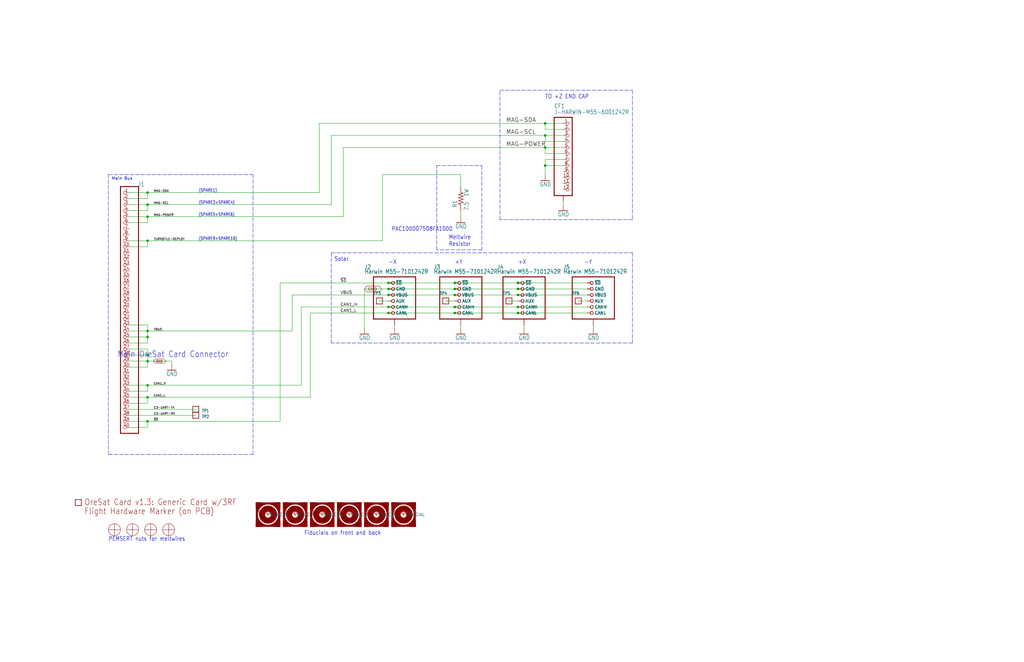
<source format=kicad_sch>
(kicad_sch (version 20211123) (generator eeschema)
  (paper "USLedger")
  (title_block (title "+Z End Card w/ Turnstile") (rev "1.0"))
  (lib_symbols
    (symbol "OreSat-j-solar-card-connector:SOLAR-CARD-CONNECTOR"
      (property "Reference" "J4" (at -12.7 10.795 0))
      (property "Value" "Harwin M55-7101242R" (at -12.7 8.89 0))
      (symbol "SOLAR-CARD-CONNECTOR_1_0"
        (polyline (pts (xy -8.89 -10.16) (xy 8.89 -10.16)) (stroke (width 0.4064)))
        (polyline (pts (xy -8.89 7.62) (xy -8.89 -10.16)) (stroke (width 0.4064)))
        (polyline (pts (xy 8.89 -10.16) (xy 8.89 7.62)) (stroke (width 0.4064)))
        (polyline (pts (xy 8.89 7.62) (xy -8.89 7.62)) (stroke (width 0.4064)))
        (pin passive inverted (at -2.54 5.08 0) (length 2.54) (name "~{SD}") (number "1"))
        (pin passive inverted (at -2.54 -5.08 0) (length 2.54) (name "CANH") (number "10"))
        (pin passive inverted (at -2.54 -7.62 0) (length 2.54) (name "CANL") (number "11"))
        (pin passive inverted (at -2.54 -7.62 0) (length 2.54) (name "CANL") (number "12"))
        (pin passive inverted (at -2.54 5.08 0) (length 2.54) (name "~{SD}") (number "2"))
        (pin passive inverted (at -2.54 2.54 0) (length 2.54) (name "GND") (number "3"))
        (pin passive inverted (at -2.54 2.54 0) (length 2.54) (name "GND") (number "4"))
        (pin passive inverted (at -2.54 0 0) (length 2.54) (name "VBUS") (number "5"))
        (pin passive inverted (at -2.54 0 0) (length 2.54) (name "VBUS") (number "6"))
        (pin passive inverted (at -2.54 -2.54 0) (length 2.54) (name "AUX") (number "7"))
        (pin passive inverted (at -2.54 -2.54 0) (length 2.54) (name "AUX") (number "8"))
        (pin passive inverted (at -2.54 -5.08 0) (length 2.54) (name "CANH") (number "9"))
        (pin passive line (at 0 -12.7 90) (length 2.54) (name "SHIELD") (number "GND"))
      )
    )
    (symbol "plusz-end-card-with-turnstile-eagle-import:FIDUCIAL-1.0X2.0"
      (symbol "FIDUCIAL-1.0X2.0_1_0"
        (rectangle (start -5.08 -5.08) (end -3.556 -2.54) (fill (type outline)))
        (rectangle (start -5.08 -5.08) (end -2.54 -3.556) (fill (type outline)))
        (rectangle (start -5.08 2.54) (end -3.556 5.08) (fill (type outline)))
        (rectangle (start -5.08 3.556) (end -2.54 5.08) (fill (type outline)))
        (polyline (pts (xy -5.08 -5.08) (xy -5.08 5.08)) (stroke (width 0.127)))
        (polyline (pts (xy -5.08 -5.08) (xy 5.08 -5.08)) (stroke (width 0.127)))
        (polyline (pts (xy -5.08 5.08) (xy 5.08 5.08)) (stroke (width 0.127)))
        (polyline (pts (xy -4.699 2.54) (xy -4.699 -2.54)) (stroke (width 0.762)))
        (polyline (pts (xy -2.54 -4.699) (xy 2.54 -4.699)) (stroke (width 0.762)))
        (polyline (pts (xy -2.54 4.699) (xy 2.54 4.699)) (stroke (width 0.762)))
        (polyline (pts (xy 4.699 -2.54) (xy 4.699 2.54)) (stroke (width 0.762)))
        (polyline (pts (xy 5.08 5.08) (xy 5.08 -5.08)) (stroke (width 0.127)))
        (circle (center 0 0) (radius 2.54) (stroke (width 2.54)))
        (circle (center 0 0) (radius 4.699) (stroke (width 0.762)))
        (rectangle (start 2.54 -5.08) (end 5.08 -3.556) (fill (type outline)))
        (rectangle (start 2.54 3.556) (end 5.08 5.08) (fill (type outline)))
        (rectangle (start 3.556 -5.08) (end 5.08 -2.54) (fill (type outline)))
        (rectangle (start 3.556 2.54) (end 5.08 5.08) (fill (type outline)))
        (pin no_connect line (at 0 0 0) (length 0) (name "FIDUCIAL") (number "FIDUCIAL"))
      )
    )
    (symbol "plusz-end-card-with-turnstile-eagle-import:FLIGHMARKERNEW"
      (symbol "FLIGHMARKERNEW_1_0"
        (text "Flight Hardware Marker (on PCB)" (at 0 0 0) (effects (font (size 2.54 2.159)) (justify left bottom)))
      )
    )
    (symbol "plusz-end-card-with-turnstile-eagle-import:GND" (power)
      (property "Value" "GND" (at -2.54 -2.54 0))
      (symbol "GND_1_0"
        (polyline (pts (xy -1.905 0) (xy 1.905 0)) (stroke (width 0.254)))
        (pin power_in line (at 0 2.54 270) (length 2.54) (name "GND") (number "1"))
      )
    )
    (symbol "plusz-end-card-with-turnstile-eagle-import:J-HARWIN-M55-60X1242R"
      (property "Reference" "CF" (at -6.35 19.05 0))
      (property "Value" "J-HARWIN-M55-60X1242R" (at -6.35 16.51 0))
      (symbol "J-HARWIN-M55-60X1242R_1_0"
        (polyline (pts (xy -6.35 -17.78) (xy 1.27 -17.78)) (stroke (width 0.4064)))
        (polyline (pts (xy -6.35 15.24) (xy -6.35 -17.78)) (stroke (width 0.4064)))
        (polyline (pts (xy 1.27 -17.78) (xy 1.27 15.24)) (stroke (width 0.4064)))
        (polyline (pts (xy 1.27 15.24) (xy -6.35 15.24)) (stroke (width 0.4064)))
        (pin passive inverted (at -2.54 12.7 0) (length 2.54) (name "1") (number "1"))
        (pin passive inverted (at -2.54 -10.16 0) (length 2.54) (name "10") (number "10"))
        (pin passive inverted (at -2.54 -12.7 0) (length 2.54) (name "11") (number "11"))
        (pin passive inverted (at -2.54 -15.24 0) (length 2.54) (name "12") (number "12"))
        (pin passive inverted (at -2.54 10.16 0) (length 2.54) (name "2") (number "2"))
        (pin passive inverted (at -2.54 7.62 0) (length 2.54) (name "3") (number "3"))
        (pin passive inverted (at -2.54 5.08 0) (length 2.54) (name "4") (number "4"))
        (pin passive inverted (at -2.54 2.54 0) (length 2.54) (name "5") (number "5"))
        (pin passive inverted (at -2.54 0 0) (length 2.54) (name "6") (number "6"))
        (pin passive inverted (at -2.54 -2.54 0) (length 2.54) (name "7") (number "7"))
        (pin passive inverted (at -2.54 -5.08 0) (length 2.54) (name "8") (number "8"))
        (pin passive inverted (at -2.54 -7.62 0) (length 2.54) (name "9") (number "9"))
        (pin passive line (at -2.54 -20.32 90) (length 2.54) (name "SHIELDS") (number "P$1"))
        (pin passive line (at -2.54 -20.32 90) (length 2.54) (name "SHIELDS") (number "P$2"))
        (pin passive line (at -2.54 -20.32 90) (length 2.54) (name "SHIELDS") (number "P$3"))
        (pin passive line (at -2.54 -20.32 90) (length 2.54) (name "SHIELDS") (number "P$4"))
      )
    )
    (symbol "plusz-end-card-with-turnstile-eagle-import:J-SAMTEC-TFM-120-X1-XXX-D-RA"
      (property "Reference" "J" (at -6.35 51.435 0))
      (property "Value" "J-SAMTEC-TFM-120-X1-XXX-D-RA" (at -6.35 -55.88 0))
      (symbol "J-SAMTEC-TFM-120-X1-XXX-D-RA_1_0"
        (polyline (pts (xy -6.35 -53.34) (xy 1.27 -53.34)) (stroke (width 0.4064)))
        (polyline (pts (xy -6.35 50.8) (xy -6.35 -53.34)) (stroke (width 0.4064)))
        (polyline (pts (xy 1.27 -53.34) (xy 1.27 50.8)) (stroke (width 0.4064)))
        (polyline (pts (xy 1.27 50.8) (xy -6.35 50.8)) (stroke (width 0.4064)))
        (pin passive inverted (at -2.54 48.26 0) (length 2.54) (name "1") (number "1"))
        (pin passive inverted (at -2.54 25.4 0) (length 2.54) (name "10") (number "10"))
        (pin passive inverted (at -2.54 22.86 0) (length 2.54) (name "11") (number "11"))
        (pin passive inverted (at -2.54 20.32 0) (length 2.54) (name "12") (number "12"))
        (pin passive inverted (at -2.54 17.78 0) (length 2.54) (name "13") (number "13"))
        (pin passive inverted (at -2.54 15.24 0) (length 2.54) (name "14") (number "14"))
        (pin passive inverted (at -2.54 12.7 0) (length 2.54) (name "15") (number "15"))
        (pin passive inverted (at -2.54 10.16 0) (length 2.54) (name "16") (number "16"))
        (pin passive inverted (at -2.54 7.62 0) (length 2.54) (name "17") (number "17"))
        (pin passive inverted (at -2.54 5.08 0) (length 2.54) (name "18") (number "18"))
        (pin passive inverted (at -2.54 2.54 0) (length 2.54) (name "19") (number "19"))
        (pin passive inverted (at -2.54 45.72 0) (length 2.54) (name "2") (number "2"))
        (pin passive inverted (at -2.54 0 0) (length 2.54) (name "20") (number "20"))
        (pin passive inverted (at -2.54 -2.54 0) (length 2.54) (name "21") (number "21"))
        (pin passive inverted (at -2.54 -5.08 0) (length 2.54) (name "22") (number "22"))
        (pin passive inverted (at -2.54 -7.62 0) (length 2.54) (name "23") (number "23"))
        (pin passive inverted (at -2.54 -10.16 0) (length 2.54) (name "24") (number "24"))
        (pin passive inverted (at -2.54 -12.7 0) (length 2.54) (name "25") (number "25"))
        (pin passive inverted (at -2.54 -15.24 0) (length 2.54) (name "26") (number "26"))
        (pin passive inverted (at -2.54 -17.78 0) (length 2.54) (name "27") (number "27"))
        (pin passive inverted (at -2.54 -20.32 0) (length 2.54) (name "28") (number "28"))
        (pin passive inverted (at -2.54 -22.86 0) (length 2.54) (name "29") (number "29"))
        (pin passive inverted (at -2.54 43.18 0) (length 2.54) (name "3") (number "3"))
        (pin passive inverted (at -2.54 -25.4 0) (length 2.54) (name "30") (number "30"))
        (pin passive inverted (at -2.54 -27.94 0) (length 2.54) (name "31") (number "31"))
        (pin passive inverted (at -2.54 -30.48 0) (length 2.54) (name "32") (number "32"))
        (pin passive inverted (at -2.54 -33.02 0) (length 2.54) (name "33") (number "33"))
        (pin passive inverted (at -2.54 -35.56 0) (length 2.54) (name "34") (number "34"))
        (pin passive inverted (at -2.54 -38.1 0) (length 2.54) (name "35") (number "35"))
        (pin passive inverted (at -2.54 -40.64 0) (length 2.54) (name "36") (number "36"))
        (pin passive inverted (at -2.54 -43.18 0) (length 2.54) (name "37") (number "37"))
        (pin passive inverted (at -2.54 -45.72 0) (length 2.54) (name "38") (number "38"))
        (pin passive inverted (at -2.54 -48.26 0) (length 2.54) (name "39") (number "39"))
        (pin passive inverted (at -2.54 40.64 0) (length 2.54) (name "4") (number "4"))
        (pin passive inverted (at -2.54 -50.8 0) (length 2.54) (name "40") (number "40"))
        (pin passive inverted (at -2.54 38.1 0) (length 2.54) (name "5") (number "5"))
        (pin passive inverted (at -2.54 35.56 0) (length 2.54) (name "6") (number "6"))
        (pin passive inverted (at -2.54 33.02 0) (length 2.54) (name "7") (number "7"))
        (pin passive inverted (at -2.54 30.48 0) (length 2.54) (name "8") (number "8"))
        (pin passive inverted (at -2.54 27.94 0) (length 2.54) (name "9") (number "9"))
      )
    )
    (symbol "plusz-end-card-with-turnstile-eagle-import:MCMASTER-94100A150"
      (symbol "MCMASTER-94100A150_1_0"
        (polyline (pts (xy 0 -2.54) (xy 0 0)) (stroke (width 0.1524)))
        (polyline (pts (xy 0 0) (xy -2.54 0)) (stroke (width 0.1524)))
        (polyline (pts (xy 0 0) (xy 2.54 0)) (stroke (width 0.1524)))
        (polyline (pts (xy 0 2.54) (xy 0 0)) (stroke (width 0.1524)))
        (circle (center 0 0) (radius 2.54) (stroke (width 0.1524)))
      )
    )
    (symbol "plusz-end-card-with-turnstile-eagle-import:ORESAT-CARD-V1.3-GENERIC-3RF"
      (symbol "ORESAT-CARD-V1.3-GENERIC-3RF_1_0"
        (polyline (pts (xy -1.27 -1.27) (xy 1.27 -1.27)) (stroke (width 0.254)))
        (polyline (pts (xy -1.27 1.27) (xy -1.27 -1.27)) (stroke (width 0.254)))
        (polyline (pts (xy 1.27 -1.27) (xy 1.27 1.27)) (stroke (width 0.254)))
        (polyline (pts (xy 1.27 1.27) (xy -1.27 1.27)) (stroke (width 0.254)))
        (text "OreSat Card v1.3: Generic Card w/3RF" (at 2.54 -1.27 0) (effects (font (size 2.54 2.159)) (justify left bottom)))
      )
    )
    (symbol "plusz-end-card-with-turnstile-eagle-import:PAC100-FOR-MELTWIRE"
      (property "Reference" "R" (at -3.81 1.4986 0))
      (property "Value" "PAC100-FOR-MELTWIRE" (at -3.81 -3.302 0))
      (symbol "PAC100-FOR-MELTWIRE_1_0"
        (polyline (pts (xy -2.54 0) (xy -2.159 1.016)) (stroke (width 0.2032)))
        (polyline (pts (xy -2.159 1.016) (xy -1.524 -1.016)) (stroke (width 0.2032)))
        (polyline (pts (xy -1.524 -1.016) (xy -0.889 1.016)) (stroke (width 0.2032)))
        (polyline (pts (xy -0.889 1.016) (xy -0.254 -1.016)) (stroke (width 0.2032)))
        (polyline (pts (xy -0.254 -1.016) (xy 0.381 1.016)) (stroke (width 0.2032)))
        (polyline (pts (xy 0.381 1.016) (xy 1.016 -1.016)) (stroke (width 0.2032)))
        (polyline (pts (xy 1.016 -1.016) (xy 1.651 1.016)) (stroke (width 0.2032)))
        (polyline (pts (xy 1.651 1.016) (xy 2.286 -1.016)) (stroke (width 0.2032)))
        (polyline (pts (xy 2.286 -1.016) (xy 2.54 0)) (stroke (width 0.2032)))
        (pin passive line (at -5.08 0 0) (length 2.54) (name "1") (number "P$1"))
        (pin passive line (at -5.08 0 0) (length 2.54) (name "1") (number "P$2"))
        (pin passive line (at 5.08 0 180) (length 2.54) (name "2") (number "P$3"))
        (pin passive line (at 5.08 0 180) (length 2.54) (name "2") (number "P$4"))
      )
    )
    (symbol "plusz-end-card-with-turnstile-eagle-import:TEST-POINT-LARGE-SQUARE"
      (property "Reference" "TP" (at -2.54 2.54 0))
      (symbol "TEST-POINT-LARGE-SQUARE_1_0"
        (polyline (pts (xy -1.27 -1.27) (xy -1.27 1.27)) (stroke (width 0.254)))
        (polyline (pts (xy -1.27 1.27) (xy 1.27 1.27)) (stroke (width 0.254)))
        (polyline (pts (xy 1.27 -1.27) (xy -1.27 -1.27)) (stroke (width 0.254)))
        (polyline (pts (xy 1.27 1.27) (xy 1.27 -1.27)) (stroke (width 0.254)))
        (pin passive line (at 0 0 0) (length 0) (name "1") (number "1"))
      )
    )
  )
  (junction (at 62.23 177.8))
  (junction (at 218.44 132.08))
  (junction (at 62.23 91.44))
  (junction (at 191.77 124.46))
  (junction (at 229.87 52.07))
  (junction (at 191.77 119.38))
  (junction (at 62.23 101.6))
  (junction (at 62.23 149.86))
  (junction (at 191.77 129.54))
  (junction (at 62.23 86.36))
  (junction (at 218.44 129.54))
  (junction (at 62.23 142.24))
  (junction (at 229.87 57.15))
  (junction (at 62.23 139.7))
  (junction (at 191.77 121.92))
  (junction (at 163.83 132.08))
  (junction (at 163.83 124.46))
  (junction (at 218.44 121.92))
  (junction (at 62.23 81.28))
  (junction (at 62.23 162.56))
  (junction (at 191.77 132.08))
  (junction (at 62.23 152.4))
  (junction (at 229.87 62.23))
  (junction (at 218.44 119.38))
  (junction (at 218.44 124.46))
  (junction (at 163.83 129.54))
  (junction (at 62.23 167.64))
  (junction (at 163.83 119.38))
  (junction (at 163.83 121.92))
  (junction (at 229.87 69.85))
  (wire (pts (xy 229.87 57.15) (xy 229.87 59.69)))
  (wire (pts (xy 161.29 101.6) (xy 161.29 73.66)))
  (wire (pts (xy 144.78 62.23) (xy 229.87 62.23)))
  (wire (pts (xy 62.23 86.36) (xy 139.7 86.36)))
  (wire (pts (xy 62.23 139.7) (xy 123.19 139.7)))
  (wire (pts (xy 62.23 81.28) (xy 54.61 81.28)))
  (wire (pts (xy 62.23 177.8) (xy 54.61 177.8)))
  (wire (pts (xy 187.96 127) (xy 191.77 127)))
  (wire (pts (xy 62.23 162.56) (xy 127 162.56)))
  (wire (pts (xy 72.39 152.4) (xy 72.39 153.67)))
  (wire (pts (xy 250.19 138.43) (xy 250.19 137.16)))
  (wire (pts (xy 163.83 132.08) (xy 191.77 132.08)))
  (wire (pts (xy 163.83 132.08) (xy 130.81 132.08)))
  (polyline (pts (xy 139.7 106.68) (xy 139.7 144.78)))
  (wire (pts (xy 54.61 165.1) (xy 62.23 165.1)))
  (wire (pts (xy 243.84 127) (xy 247.65 127)))
  (polyline (pts (xy 45.72 191.77) (xy 106.68 191.77)))
  (wire (pts (xy 191.77 121.92) (xy 218.44 121.92)))
  (wire (pts (xy 163.83 129.54) (xy 191.77 129.54)))
  (wire (pts (xy 62.23 165.1) (xy 62.23 162.56)))
  (wire (pts (xy 62.23 139.7) (xy 62.23 137.16)))
  (wire (pts (xy 54.61 175.26) (xy 82.55 175.26)))
  (wire (pts (xy 229.87 73.66) (xy 229.87 69.85)))
  (wire (pts (xy 163.83 127) (xy 160.02 127)))
  (wire (pts (xy 191.77 124.46) (xy 163.83 124.46)))
  (wire (pts (xy 118.11 119.38) (xy 118.11 177.8)))
  (wire (pts (xy 218.44 121.92) (xy 247.65 121.92)))
  (wire (pts (xy 54.61 152.4) (xy 62.23 152.4)))
  (wire (pts (xy 191.77 132.08) (xy 218.44 132.08)))
  (polyline (pts (xy 203.2 105.41) (xy 184.15 105.41)))
  (wire (pts (xy 62.23 152.4) (xy 72.39 152.4)))
  (wire (pts (xy 62.23 144.78) (xy 62.23 142.24)))
  (polyline (pts (xy 139.7 106.68) (xy 266.7 106.68)))
  (wire (pts (xy 237.49 86.36) (xy 237.49 85.09)))
  (polyline (pts (xy 210.82 38.1) (xy 266.7 38.1)))
  (polyline (pts (xy 45.72 73.66) (xy 45.72 191.77)))
  (wire (pts (xy 54.61 167.64) (xy 62.23 167.64)))
  (wire (pts (xy 237.49 67.31) (xy 229.87 67.31)))
  (wire (pts (xy 163.83 121.92) (xy 191.77 121.92)))
  (wire (pts (xy 54.61 170.18) (xy 62.23 170.18)))
  (wire (pts (xy 62.23 91.44) (xy 54.61 91.44)))
  (wire (pts (xy 161.29 73.66) (xy 194.31 73.66)))
  (wire (pts (xy 218.44 124.46) (xy 191.77 124.46)))
  (wire (pts (xy 237.49 57.15) (xy 229.87 57.15)))
  (polyline (pts (xy 266.7 106.68) (xy 266.7 144.78)))
  (wire (pts (xy 130.81 132.08) (xy 130.81 167.64)))
  (wire (pts (xy 62.23 101.6) (xy 161.29 101.6)))
  (wire (pts (xy 62.23 101.6) (xy 54.61 101.6)))
  (wire (pts (xy 62.23 86.36) (xy 54.61 86.36)))
  (wire (pts (xy 194.31 138.43) (xy 194.31 137.16)))
  (wire (pts (xy 62.23 142.24) (xy 62.23 139.7)))
  (wire (pts (xy 54.61 104.14) (xy 62.23 104.14)))
  (wire (pts (xy 229.87 64.77) (xy 237.49 64.77)))
  (wire (pts (xy 62.23 180.34) (xy 62.23 177.8)))
  (wire (pts (xy 62.23 149.86) (xy 62.23 152.4)))
  (wire (pts (xy 62.23 177.8) (xy 118.11 177.8)))
  (wire (pts (xy 62.23 91.44) (xy 144.78 91.44)))
  (polyline (pts (xy 106.68 191.77) (xy 106.68 73.66)))
  (wire (pts (xy 247.65 124.46) (xy 218.44 124.46)))
  (wire (pts (xy 220.98 138.43) (xy 220.98 137.16)))
  (wire (pts (xy 62.23 154.94) (xy 62.23 152.4)))
  (wire (pts (xy 62.23 93.98) (xy 62.23 91.44)))
  (wire (pts (xy 134.62 52.07) (xy 229.87 52.07)))
  (wire (pts (xy 54.61 162.56) (xy 62.23 162.56)))
  (wire (pts (xy 194.31 73.66) (xy 194.31 78.74)))
  (wire (pts (xy 218.44 127) (xy 214.63 127)))
  (polyline (pts (xy 45.72 73.66) (xy 106.68 73.66)))
  (wire (pts (xy 229.87 57.15) (xy 139.7 57.15)))
  (wire (pts (xy 191.77 129.54) (xy 218.44 129.54)))
  (wire (pts (xy 127 129.54) (xy 127 162.56)))
  (wire (pts (xy 82.55 172.72) (xy 54.61 172.72)))
  (wire (pts (xy 62.23 149.86) (xy 62.23 147.32)))
  (wire (pts (xy 54.61 147.32) (xy 62.23 147.32)))
  (wire (pts (xy 166.37 138.43) (xy 166.37 137.16)))
  (wire (pts (xy 54.61 149.86) (xy 62.23 149.86)))
  (wire (pts (xy 54.61 142.24) (xy 62.23 142.24)))
  (wire (pts (xy 163.83 129.54) (xy 127 129.54)))
  (wire (pts (xy 130.81 167.64) (xy 62.23 167.64)))
  (wire (pts (xy 123.19 124.46) (xy 123.19 139.7)))
  (wire (pts (xy 229.87 52.07) (xy 229.87 54.61)))
  (wire (pts (xy 144.78 91.44) (xy 144.78 62.23)))
  (wire (pts (xy 229.87 59.69) (xy 237.49 59.69)))
  (wire (pts (xy 247.65 119.38) (xy 218.44 119.38)))
  (polyline (pts (xy 210.82 92.71) (xy 210.82 38.1)))
  (wire (pts (xy 218.44 119.38) (xy 191.77 119.38)))
  (wire (pts (xy 229.87 62.23) (xy 229.87 64.77)))
  (wire (pts (xy 191.77 119.38) (xy 163.83 119.38)))
  (polyline (pts (xy 184.15 69.85) (xy 203.2 69.85)))
  (wire (pts (xy 194.31 91.44) (xy 194.31 88.9)))
  (wire (pts (xy 62.23 104.14) (xy 62.23 101.6)))
  (wire (pts (xy 62.23 139.7) (xy 54.61 139.7)))
  (polyline (pts (xy 266.7 38.1) (xy 266.7 92.71)))
  (wire (pts (xy 153.67 138.43) (xy 153.67 121.92)))
  (wire (pts (xy 163.83 119.38) (xy 118.11 119.38)))
  (wire (pts (xy 229.87 54.61) (xy 237.49 54.61)))
  (wire (pts (xy 229.87 69.85) (xy 237.49 69.85)))
  (wire (pts (xy 237.49 62.23) (xy 229.87 62.23)))
  (wire (pts (xy 62.23 170.18) (xy 62.23 167.64)))
  (wire (pts (xy 218.44 129.54) (xy 247.65 129.54)))
  (wire (pts (xy 54.61 83.82) (xy 62.23 83.82)))
  (wire (pts (xy 54.61 93.98) (xy 62.23 93.98)))
  (polyline (pts (xy 266.7 144.78) (xy 139.7 144.78)))
  (polyline (pts (xy 266.7 92.71) (xy 210.82 92.71)))
  (wire (pts (xy 153.67 121.92) (xy 163.83 121.92)))
  (polyline (pts (xy 184.15 105.41) (xy 184.15 69.85)))
  (wire (pts (xy 218.44 132.08) (xy 247.65 132.08)))
  (wire (pts (xy 54.61 154.94) (xy 62.23 154.94)))
  (wire (pts (xy 163.83 124.46) (xy 123.19 124.46)))
  (wire (pts (xy 139.7 57.15) (xy 139.7 86.36)))
  (polyline (pts (xy 203.2 69.85) (xy 203.2 105.41)))
  (wire (pts (xy 54.61 88.9) (xy 62.23 88.9)))
  (wire (pts (xy 54.61 144.78) (xy 62.23 144.78)))
  (wire (pts (xy 229.87 67.31) (xy 229.87 69.85)))
  (wire (pts (xy 62.23 88.9) (xy 62.23 86.36)))
  (wire (pts (xy 62.23 81.28) (xy 134.62 81.28)))
  (wire (pts (xy 134.62 81.28) (xy 134.62 52.07)))
  (wire (pts (xy 237.49 52.07) (xy 229.87 52.07)))
  (wire (pts (xy 62.23 137.16) (xy 54.61 137.16)))
  (wire (pts (xy 54.61 180.34) (xy 62.23 180.34)))
  (wire (pts (xy 62.23 83.82) (xy 62.23 81.28)))
  (text "PEMSERT nuts for meltwires" (at 45.72 228.6 180) (effects (font (size 1.778 1.5113)) (justify left bottom)))
  (text "Main OreSat Card Connector" (at 49.53 151.13 180) (effects (font (size 2.54 2.159)) (justify left bottom)))
  (text "+Y" (at 191.77 111.76 180) (effects (font (size 1.778 1.5113)) (justify left bottom)))
  (text "Solar" (at 140.97 110.49 180) (effects (font (size 1.778 1.5113)) (justify left bottom)))
  (text "TO +Z END CAP" (at 229.87 41.91 180) (effects (font (size 1.778 1.5113)) (justify left bottom)))
  (text "(SPARE5+SPARE6)" (at 83.82 91.44 180) (effects (font (size 1.27 1.0795)) (justify left bottom)))
  (text "(SPARE3+SPARE4)" (at 83.82 86.36 180) (effects (font (size 1.27 1.0795)) (justify left bottom)))
  (text "-X" (at 163.83 111.76 180) (effects (font (size 1.778 1.5113)) (justify left bottom)))
  (text "PAC100007508FA1000" (at 165.1 97.79 180) (effects (font (size 1.778 1.5113)) (justify left bottom)))
  (text "+X" (at 218.44 111.76 180) (effects (font (size 1.778 1.5113)) (justify left bottom)))
  (text "(SPARE1)" (at 83.82 81.28 180) (effects (font (size 1.27 1.0795)) (justify left bottom)))
  (text "Main Bus" (at 46.99 76.2 0) (effects (font (size 1.27 1.27)) (justify left bottom)))
  (text "Meltwire\nResistor" (at 189.23 104.14 180) (effects (font (size 1.778 1.5113)) (justify left bottom)))
  (text "-Y" (at 246.38 111.76 180) (effects (font (size 1.778 1.5113)) (justify left bottom)))
  (text "(SPARE9+SPARE10)" (at 83.82 101.6 180) (effects (font (size 1.27 1.0795)) (justify left bottom)))
  (text "Fiducials on front and back" (at 128.27 226.06 180) (effects (font (size 1.778 1.5113)) (justify left bottom)))
  (label "CAN1_H" (at 143.51 129.54 0) (effects (font (size 1.2446 1.2446))))
  (label "MAG-SCL" (at 213.36 57.15 0) (effects (font (size 1.778 1.778))))
  (label "MAG-POWER" (at 213.36 62.23 0) (effects (font (size 1.778 1.778))))
  (label "CAN1_L" (at 143.51 132.08 0) (effects (font (size 1.2446 1.2446))))
  (label "~{SD}" (at 64.77 177.8 0) (effects (font (size 0.889 0.889))))
  (label "~{SD}" (at 143.51 119.38 0) (effects (font (size 1.2446 1.2446))))
  (label "TURNSTILE-DEPLOY" (at 64.77 101.6 0) (effects (font (size 0.889 0.889))))
  (label "CAN1_H" (at 64.77 162.56 0) (effects (font (size 0.889 0.889))))
  (label "MAG-SCL" (at 64.77 86.36 0) (effects (font (size 0.889 0.889))))
  (label "MAG-SDA" (at 64.77 81.28 0) (effects (font (size 0.889 0.889))))
  (label "C3-UART-TX" (at 64.77 172.72 0) (effects (font (size 0.889 0.889))))
  (label "MAG-POWER" (at 64.77 91.44 0) (effects (font (size 0.889 0.889))))
  (label "CAN1_L" (at 64.77 167.64 0) (effects (font (size 0.889 0.889))))
  (label "MAG-SDA" (at 213.36 52.07 0) (effects (font (size 1.778 1.778))))
  (label "C3-UART-RX" (at 64.77 175.26 0) (effects (font (size 0.889 0.889))))
  (label "VBUS" (at 143.51 124.46 0) (effects (font (size 1.2446 1.2446))))
  (label "VBUS" (at 64.77 139.7 0) (effects (font (size 0.889 0.889))))
  (global_label "GND" (shape bidirectional) (at 64.77 152.4 0) (effects (font (size 0.889 0.889))) (property "Intersheet References" "${INTERSHEET_REFS}" (effects hide)))
  (global_label "GND" (shape bidirectional) (at 153.67 121.92 0) (effects (font (size 1.2446 1.2446))) (property "Intersheet References" "${INTERSHEET_REFS}" (effects hide)))
  (symbol (lib_id "plusz-end-card-with-turnstile-eagle-import:ORESAT-CARD-V1.3-GENERIC-3RF") (at 33.02 212.09 0) (unit 1)
    (property "Reference" "PCB1" (effects hide))
    (property "Value" "ORESAT-CARD-V1.3-GENERIC-3RF" (effects hide))
    (property "Footprint" "plusz-end-card-with-turnstile:ORESAT-CARD-V1.3-GENERIC-3RF" (effects hide))
  )
  (symbol (lib_id "plusz-end-card-with-turnstile-eagle-import:GND") (at 153.67 140.97 0) (mirror y) (unit 1)
    (property "Reference" "#GND02" (effects hide))
    (property "Value" "GND" (at 156.21 143.51 0) (effects (font (size 1.778 1.5113)) (justify left bottom)))
    (property "Footprint" "plusz-end-card-with-turnstile:" (effects hide))
  )
  (symbol (lib_id "plusz-end-card-with-turnstile-eagle-import:FIDUCIAL-1.0X2.0") (at 147.32 217.17 0) (unit 1)
    (property "Reference" "FIDUCIAL4" (effects hide))
    (property "Value" "FIDUCIAL-1.0X2.0" (effects hide))
    (property "Footprint" "plusz-end-card-with-turnstile:FIDUCIAL-1.0X2.0" (effects hide))
  )
  (symbol (lib_id "plusz-end-card-with-turnstile-eagle-import:FIDUCIAL-1.0X2.0") (at 158.75 217.17 0) (unit 1)
    (property "Reference" "FIDUCIAL5" (effects hide))
    (property "Value" "FIDUCIAL-1.0X2.0" (effects hide))
    (property "Footprint" "plusz-end-card-with-turnstile:FIDUCIAL-1.0X2.0" (effects hide))
  )
  (symbol (lib_id "plusz-end-card-with-turnstile-eagle-import:MCMASTER-94100A150") (at 63.5 223.52 0) (unit 1)
    (property "Reference" "HW3" (effects hide))
    (property "Value" "MCMASTER-94100A150" (effects hide))
    (property "Footprint" "oresat-footprints:H-MCMASTER-94100A150" (effects hide))
  )
  (symbol (lib_id "plusz-end-card-with-turnstile-eagle-import:GND") (at 250.19 140.97 0) (mirror y) (unit 1)
    (property "Reference" "#GND09" (effects hide))
    (property "Value" "GND" (at 252.73 143.51 0) (effects (font (size 1.778 1.5113)) (justify left bottom)))
    (property "Footprint" "plusz-end-card-with-turnstile:" (effects hide))
  )
  (symbol (lib_id "plusz-end-card-with-turnstile-eagle-import:FIDUCIAL-1.0X2.0") (at 135.89 217.17 0) (unit 1)
    (property "Reference" "FIDUCIAL3" (effects hide))
    (property "Value" "FIDUCIAL-1.0X2.0" (effects hide))
    (property "Footprint" "plusz-end-card-with-turnstile:FIDUCIAL-1.0X2.0" (effects hide))
  )
  (symbol (lib_id "plusz-end-card-with-turnstile-eagle-import:PAC100-FOR-MELTWIRE") (at 194.31 83.82 90) (unit 1)
    (property "Reference" "R1" (at 192.8114 87.63 0) (effects (font (size 1.778 1.5113)) (justify left bottom)))
    (property "Value" "7.5  1W" (at 197.612 88.9 0) (effects (font (size 1.778 1.5113)) (justify left bottom)))
    (property "Footprint" "oresat-footprints:R-PAC100-FOR-MELTWIRE" (effects hide))
  )
  (symbol (lib_id "plusz-end-card-with-turnstile-eagle-import:MCMASTER-94100A150") (at 48.26 223.52 0) (unit 1)
    (property "Reference" "HW1" (effects hide))
    (property "Value" "MCMASTER-94100A150" (effects hide))
    (property "Footprint" "oresat-footprints:H-MCMASTER-94100A150" (effects hide))
  )
  (symbol (lib_id "plusz-end-card-with-turnstile-eagle-import:FIDUCIAL-1.0X2.0") (at 170.18 217.17 0) (unit 1)
    (property "Reference" "FIDUCIAL6" (effects hide))
    (property "Value" "FIDUCIAL-1.0X2.0" (effects hide))
    (property "Footprint" "plusz-end-card-with-turnstile:FIDUCIAL-1.0X2.0" (effects hide))
  )
  (symbol (lib_id "plusz-end-card-with-turnstile-eagle-import:GND") (at 229.87 76.2 0) (mirror y) (unit 1)
    (property "Reference" "#GND07" (effects hide))
    (property "Value" "GND" (at 232.41 78.74 0) (effects (font (size 1.778 1.5113)) (justify left bottom)))
    (property "Footprint" "plusz-end-card-with-turnstile:" (effects hide))
  )
  (symbol (lib_id "plusz-end-card-with-turnstile-eagle-import:J-SAMTEC-TFM-120-X1-XXX-D-RA") (at 52.07 129.54 0) (mirror y) (unit 1)
    (property "Reference" "J1" (at 60.96 78.74 0) (effects (font (size 1.778 1.5113)) (justify left bottom)))
    (property "Value" "J-SAMTEC-TFM-120-X1-XXX-D-RA" (at 44.45 185.42 0) (effects (font (size 1.778 1.5113)) (justify right top)))
    (property "Footprint" "oresat-footprints:J-SAMTEC-TFM-120-X1-XXX-D-RA" (effects hide))
  )
  (symbol (lib_id "OreSat-j-solar-card-connector:SOLAR-CARD-CONNECTOR") (at 250.19 124.46 0) (unit 1)
    (property "Reference" "J5" (at 237.49 113.665 0) (effects (font (size 1.778 1.5113)) (justify left bottom)))
    (property "Value" "Harwin M55-7101242R" (at 237.49 115.57 0) (effects (font (size 1.778 1.5113)) (justify left bottom)))
    (property "Footprint" "oresat-footprints:J-Harwin-M55-7101242R" (effects hide))
  )
  (symbol (lib_id "plusz-end-card-with-turnstile-eagle-import:MCMASTER-94100A150") (at 71.12 223.52 0) (unit 1)
    (property "Reference" "HW4" (effects hide))
    (property "Value" "MCMASTER-94100A150" (effects hide))
    (property "Footprint" "oresat-footprints:H-MCMASTER-94100A150" (effects hide))
  )
  (symbol (lib_id "plusz-end-card-with-turnstile-eagle-import:TEST-POINT-LARGE-SQUARE") (at 187.96 127 0) (unit 1)
    (property "Reference" "TP4" (at 185.42 124.46 0) (effects (font (size 1.27 1.0795)) (justify left bottom)))
    (property "Value" "TEST-POINT-LARGE-SQUARE" (effects hide))
    (property "Footprint" "plusz-end-card-with-turnstile:1X01" (effects hide))
  )
  (symbol (lib_id "OreSat-j-solar-card-connector:SOLAR-CARD-CONNECTOR") (at 166.37 124.46 0) (unit 1)
    (property "Reference" "J2" (at 153.67 113.665 0) (effects (font (size 1.778 1.5113)) (justify left bottom)))
    (property "Value" "Harwin M55-7101242R" (at 153.67 115.57 0) (effects (font (size 1.778 1.5113)) (justify left bottom)))
    (property "Footprint" "oresat-footprints:J-Harwin-M55-7101242R" (effects hide))
  )
  (symbol (lib_id "plusz-end-card-with-turnstile-eagle-import:GND") (at 166.37 140.97 0) (mirror y) (unit 1)
    (property "Reference" "#GND03" (effects hide))
    (property "Value" "GND" (at 168.91 143.51 0) (effects (font (size 1.778 1.5113)) (justify left bottom)))
    (property "Footprint" "plusz-end-card-with-turnstile:" (effects hide))
  )
  (symbol (lib_id "OreSat-j-solar-card-connector:SOLAR-CARD-CONNECTOR") (at 220.98 124.46 0) (unit 1)
    (property "Reference" "J4" (at 209.55 113.665 0) (effects (font (size 1.778 1.5113)) (justify left bottom)))
    (property "Value" "Harwin M55-7101242R" (at 209.55 115.57 0) (effects (font (size 1.778 1.5113)) (justify left bottom)))
    (property "Footprint" "oresat-footprints:J-Harwin-M55-7101242R" (effects hide))
  )
  (symbol (lib_id "plusz-end-card-with-turnstile-eagle-import:TEST-POINT-LARGE-SQUARE") (at 160.02 127 0) (unit 1)
    (property "Reference" "TP3" (at 157.48 124.46 0) (effects (font (size 1.27 1.0795)) (justify left bottom)))
    (property "Value" "TEST-POINT-LARGE-SQUARE" (effects hide))
    (property "Footprint" "plusz-end-card-with-turnstile:1X01" (effects hide))
  )
  (symbol (lib_id "plusz-end-card-with-turnstile-eagle-import:MCMASTER-94100A150") (at 55.88 223.52 0) (unit 1)
    (property "Reference" "HW2" (effects hide))
    (property "Value" "MCMASTER-94100A150" (effects hide))
    (property "Footprint" "oresat-footprints:H-MCMASTER-94100A150" (effects hide))
  )
  (symbol (lib_id "plusz-end-card-with-turnstile-eagle-import:GND") (at 72.39 156.21 0) (mirror y) (unit 1)
    (property "Reference" "#GND01" (effects hide))
    (property "Value" "GND" (at 74.93 158.75 0) (effects (font (size 1.778 1.5113)) (justify left bottom)))
    (property "Footprint" "plusz-end-card-with-turnstile:" (effects hide))
  )
  (symbol (lib_id "plusz-end-card-with-turnstile-eagle-import:FIDUCIAL-1.0X2.0") (at 113.03 217.17 0) (unit 1)
    (property "Reference" "FIDUCIAL1" (effects hide))
    (property "Value" "FIDUCIAL-1.0X2.0" (effects hide))
    (property "Footprint" "plusz-end-card-with-turnstile:FIDUCIAL-1.0X2.0" (effects hide))
  )
  (symbol (lib_id "OreSat-j-solar-card-connector:SOLAR-CARD-CONNECTOR") (at 194.31 124.46 0) (unit 1)
    (property "Reference" "J3" (at 182.88 113.665 0) (effects (font (size 1.778 1.5113)) (justify left bottom)))
    (property "Value" "Harwin M55-7101242R" (at 182.88 115.57 0) (effects (font (size 1.778 1.5113)) (justify left bottom)))
    (property "Footprint" "oresat-footprints:J-Harwin-M55-7101242R" (effects hide))
  )
  (symbol (lib_id "plusz-end-card-with-turnstile-eagle-import:TEST-POINT-LARGE-SQUARE") (at 82.55 175.26 0) (unit 1)
    (property "Reference" "TP2" (at 85.09 176.53 0) (effects (font (size 1.27 1.0795)) (justify left bottom)))
    (property "Value" "TEST-POINT-LARGE-SQUARE" (effects hide))
    (property "Footprint" "plusz-end-card-with-turnstile:1X01" (effects hide))
  )
  (symbol (lib_id "plusz-end-card-with-turnstile-eagle-import:TEST-POINT-LARGE-SQUARE") (at 214.63 127 0) (unit 1)
    (property "Reference" "TP5" (at 212.09 124.46 0) (effects (font (size 1.27 1.0795)) (justify left bottom)))
    (property "Value" "TEST-POINT-LARGE-SQUARE" (effects hide))
    (property "Footprint" "plusz-end-card-with-turnstile:1X01" (effects hide))
  )
  (symbol (lib_id "plusz-end-card-with-turnstile-eagle-import:J-HARWIN-M55-60X1242R") (at 240.03 64.77 0) (unit 1)
    (property "Reference" "CF1" (at 233.68 45.72 0) (effects (font (size 1.778 1.5113)) (justify left bottom)))
    (property "Value" "J-HARWIN-M55-6001242R" (at 233.68 48.26 0) (effects (font (size 1.778 1.5113)) (justify left bottom)))
    (property "Footprint" "plusz-end-card-with-turnstile:HARWIN-M55-60X1242R" (effects hide))
  )
  (symbol (lib_id "plusz-end-card-with-turnstile-eagle-import:GND") (at 194.31 93.98 0) (mirror y) (unit 1)
    (property "Reference" "#GND04" (effects hide))
    (property "Value" "GND" (at 196.85 96.52 0) (effects (font (size 1.778 1.5113)) (justify left bottom)))
    (property "Footprint" "plusz-end-card-with-turnstile:" (effects hide))
  )
  (symbol (lib_id "plusz-end-card-with-turnstile-eagle-import:FLIGHMARKERNEW") (at 35.56 217.17 0) (unit 1)
    (property "Reference" "U$1" (effects hide))
    (property "Value" "FLIGHMARKERNEW" (effects hide))
    (property "Footprint" "plusz-end-card-with-turnstile:FLIGHTMARKER_NEW_BOARDS" (effects hide))
  )
  (symbol (lib_id "plusz-end-card-with-turnstile-eagle-import:FIDUCIAL-1.0X2.0") (at 124.46 217.17 0) (unit 1)
    (property "Reference" "FIDUCIAL2" (effects hide))
    (property "Value" "FIDUCIAL-1.0X2.0" (effects hide))
    (property "Footprint" "plusz-end-card-with-turnstile:FIDUCIAL-1.0X2.0" (effects hide))
  )
  (symbol (lib_id "plusz-end-card-with-turnstile-eagle-import:TEST-POINT-LARGE-SQUARE") (at 82.55 172.72 0) (unit 1)
    (property "Reference" "TP1" (at 85.09 173.99 0) (effects (font (size 1.27 1.0795)) (justify left bottom)))
    (property "Value" "TEST-POINT-LARGE-SQUARE" (effects hide))
    (property "Footprint" "plusz-end-card-with-turnstile:1X01" (effects hide))
  )
  (symbol (lib_id "plusz-end-card-with-turnstile-eagle-import:GND") (at 237.49 88.9 0) (mirror y) (unit 1)
    (property "Reference" "#GND08" (effects hide))
    (property "Value" "GND" (at 240.03 91.44 0) (effects (font (size 1.778 1.5113)) (justify left bottom)))
    (property "Footprint" "plusz-end-card-with-turnstile:" (effects hide))
  )
  (symbol (lib_id "plusz-end-card-with-turnstile-eagle-import:GND") (at 194.31 140.97 0) (mirror y) (unit 1)
    (property "Reference" "#GND05" (effects hide))
    (property "Value" "GND" (at 196.85 143.51 0) (effects (font (size 1.778 1.5113)) (justify left bottom)))
    (property "Footprint" "plusz-end-card-with-turnstile:" (effects hide))
  )
  (symbol (lib_id "plusz-end-card-with-turnstile-eagle-import:GND") (at 220.98 140.97 0) (mirror y) (unit 1)
    (property "Reference" "#GND06" (effects hide))
    (property "Value" "GND" (at 223.52 143.51 0) (effects (font (size 1.778 1.5113)) (justify left bottom)))
    (property "Footprint" "plusz-end-card-with-turnstile:" (effects hide))
  )
  (symbol (lib_id "plusz-end-card-with-turnstile-eagle-import:TEST-POINT-LARGE-SQUARE") (at 243.84 127 0) (unit 1)
    (property "Reference" "TP6" (at 241.3 124.46 0) (effects (font (size 1.27 1.0795)) (justify left bottom)))
    (property "Value" "TEST-POINT-LARGE-SQUARE" (effects hide))
    (property "Footprint" "plusz-end-card-with-turnstile:1X01" (effects hide))
  )
)
</source>
